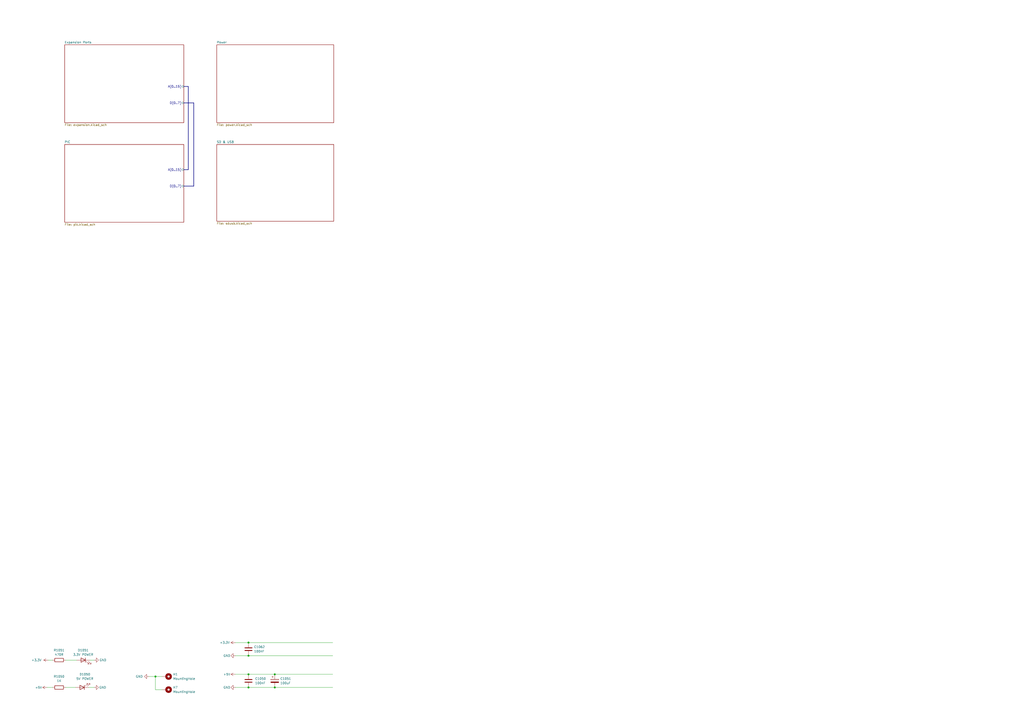
<source format=kicad_sch>
(kicad_sch (version 20211123) (generator eeschema)
  (paper "A2")
  (lib_symbols
    (symbol "Device:C" (pin_numbers hide) (pin_names (offset 0.254))
      (property "Reference" "C" (at 0.635 2.54 0))
      (property "Value" "C" (at 0.635 -2.54 0))
      (symbol "C_0_1"
        (polyline (pts (xy -2.032 -0.762) (xy 2.032 -0.762)) (stroke (width 0.508)))
        (polyline (pts (xy -2.032 0.762) (xy 2.032 0.762)) (stroke (width 0.508)))
      )
      (symbol "C_1_1"
        (pin passive line (at 0 3.81 270) (length 2.794) (name "~") (number "1"))
        (pin passive line (at 0 -3.81 90) (length 2.794) (name "~") (number "2"))
      )
    )
    (symbol "Device:C_Polarized" (pin_numbers hide) (pin_names (offset 0.254))
      (property "Reference" "C" (at 0.635 2.54 0))
      (property "Value" "C_Polarized" (at 0.635 -2.54 0))
      (symbol "C_Polarized_0_1"
        (rectangle (start -2.286 0.508) (end 2.286 1.016))
        (polyline (pts (xy -1.778 2.286) (xy -0.762 2.286)))
        (polyline (pts (xy -1.27 2.794) (xy -1.27 1.778)))
        (rectangle (start 2.286 -0.508) (end -2.286 -1.016) (fill (type outline)))
      )
      (symbol "C_Polarized_1_1"
        (pin passive line (at 0 3.81 270) (length 2.794) (name "~") (number "1"))
        (pin passive line (at 0 -3.81 90) (length 2.794) (name "~") (number "2"))
      )
    )
    (symbol "Device:LED" (pin_numbers hide) (pin_names (offset 1.016) hide)
      (property "Reference" "D" (at 0 2.54 0))
      (property "Value" "LED" (at 0 -2.54 0))
      (symbol "LED_0_1"
        (polyline (pts (xy -1.27 -1.27) (xy -1.27 1.27)) (stroke (width 0.254)))
        (polyline (pts (xy -1.27 0) (xy 1.27 0)))
        (polyline (pts (xy 1.27 -1.27) (xy 1.27 1.27) (xy -1.27 0) (xy 1.27 -1.27)) (stroke (width 0.254)))
        (polyline (pts (xy -3.048 -0.762) (xy -4.572 -2.286) (xy -3.81 -2.286) (xy -4.572 -2.286) (xy -4.572 -1.524)))
        (polyline (pts (xy -1.778 -0.762) (xy -3.302 -2.286) (xy -2.54 -2.286) (xy -3.302 -2.286) (xy -3.302 -1.524)))
      )
      (symbol "LED_1_1"
        (pin passive line (at -3.81 0 0) (length 2.54) (name "K") (number "1"))
        (pin passive line (at 3.81 0 180) (length 2.54) (name "A") (number "2"))
      )
    )
    (symbol "Device:R" (pin_numbers hide) (pin_names (offset 0))
      (property "Reference" "R" (at 2.032 0 90))
      (property "Value" "R" (at 0 0 90))
      (symbol "R_0_1"
        (rectangle (start -1.016 -2.54) (end 1.016 2.54) (stroke (width 0.254)))
      )
      (symbol "R_1_1"
        (pin passive line (at 0 3.81 270) (length 1.27) (name "~") (number "1"))
        (pin passive line (at 0 -3.81 90) (length 1.27) (name "~") (number "2"))
      )
    )
    (symbol "Mechanical:MountingHole_Pad" (pin_numbers hide) (pin_names (offset 1.016) hide)
      (property "Reference" "H" (at 0 6.35 0))
      (property "Value" "MountingHole_Pad" (at 0 4.445 0))
      (symbol "MountingHole_Pad_0_1"
        (circle (center 0 1.27) (radius 1.27) (stroke (width 1.27)))
      )
      (symbol "MountingHole_Pad_1_1"
        (pin input line (at 0 -2.54 90) (length 2.54) (name "1") (number "1"))
      )
    )
    (symbol "power:+3.3V" (power) (pin_names (offset 0))
      (property "Value" "+3.3V" (at 0 3.556 0))
      (symbol "+3.3V_0_1"
        (polyline (pts (xy -0.762 1.27) (xy 0 2.54)))
        (polyline (pts (xy 0 0) (xy 0 2.54)))
        (polyline (pts (xy 0 2.54) (xy 0.762 1.27)))
      )
      (symbol "+3.3V_1_1"
        (pin power_in line (at 0 0 90) (length 0) hide (name "+3.3V") (number "1"))
      )
    )
    (symbol "power:+5V" (power) (pin_names (offset 0))
      (property "Value" "+5V" (at 0 3.556 0))
      (symbol "+5V_0_1"
        (polyline (pts (xy -0.762 1.27) (xy 0 2.54)))
        (polyline (pts (xy 0 0) (xy 0 2.54)))
        (polyline (pts (xy 0 2.54) (xy 0.762 1.27)))
      )
      (symbol "+5V_1_1"
        (pin power_in line (at 0 0 90) (length 0) hide (name "+5V") (number "1"))
      )
    )
    (symbol "power:GND" (power) (pin_names (offset 0))
      (property "Value" "GND" (at 0 -3.81 0))
      (symbol "GND_0_1"
        (polyline (pts (xy 0 0) (xy 0 -1.27) (xy 1.27 -1.27) (xy 0 -2.54) (xy -1.27 -1.27) (xy 0 -1.27)))
      )
      (symbol "GND_1_1"
        (pin power_in line (at 0 0 270) (length 0) hide (name "GND") (number "1"))
      )
    )
  )
  (junction (at 144.145 398.78))
  (junction (at 159.385 391.16))
  (junction (at 90.17 392.43))
  (junction (at 144.145 372.745))
  (junction (at 159.385 398.78))
  (junction (at 144.145 380.365))
  (junction (at 144.145 391.16))
  (wire (pts (xy 136.525 372.745) (xy 144.145 372.745)))
  (wire (pts (xy 86.36 392.43) (xy 90.17 392.43)))
  (bus (pts (xy 112.395 107.95) (xy 106.68 107.95)))
  (wire (pts (xy 90.17 392.43) (xy 90.17 400.05)))
  (bus (pts (xy 112.395 59.69) (xy 112.395 107.95)))
  (wire (pts (xy 51.435 398.78) (xy 54.61 398.78)))
  (wire (pts (xy 136.525 391.16) (xy 144.145 391.16)))
  (wire (pts (xy 30.48 382.905) (xy 27.94 382.905)))
  (wire (pts (xy 90.17 392.43) (xy 93.98 392.43)))
  (bus (pts (xy 109.22 50.165) (xy 109.22 98.425)))
  (wire (pts (xy 90.17 400.05) (xy 93.98 400.05)))
  (bus (pts (xy 106.68 50.165) (xy 109.22 50.165)))
  (wire (pts (xy 144.145 398.78) (xy 159.385 398.78)))
  (wire (pts (xy 136.525 398.78) (xy 144.145 398.78)))
  (wire (pts (xy 44.45 382.905) (xy 38.1 382.905)))
  (wire (pts (xy 159.385 398.78) (xy 193.04 398.78)))
  (wire (pts (xy 54.61 382.905) (xy 52.07 382.905)))
  (wire (pts (xy 136.525 380.365) (xy 144.145 380.365)))
  (wire (pts (xy 38.1 398.78) (xy 43.815 398.78)))
  (wire (pts (xy 30.48 398.78) (xy 27.305 398.78)))
  (bus (pts (xy 109.22 98.425) (xy 106.68 98.425)))
  (wire (pts (xy 144.145 372.745) (xy 193.04 372.745)))
  (wire (pts (xy 159.385 391.16) (xy 193.04 391.16)))
  (wire (pts (xy 144.145 391.16) (xy 159.385 391.16)))
  (bus (pts (xy 106.68 59.69) (xy 112.395 59.69)))
  (wire (pts (xy 144.145 380.365) (xy 193.04 380.365)))
  (symbol (lib_id "Mechanical:MountingHole_Pad") (at 96.52 400.05 270) (unit 1)
    (property "Reference" "H7" (at 100.33 398.7799 90) (effects (justify left)))
    (property "Value" "MountingHole" (at 100.33 401.3199 90) (effects (justify left)))
    (property "Footprint" "MountingHole:MountingHole_2.7mm_M2.5_ISO14580_Pad" (effects hide))
  )
  (symbol (lib_id "power:+5V") (at 27.305 398.78 90) (unit 1)
    (property "Reference" "#PWR0163" (effects hide))
    (property "Value" "+5V" (at 20.32 398.78 90) (effects (justify right)))
  )
  (symbol (lib_id "power:GND") (at 136.525 398.78 270) (unit 1)
    (property "Reference" "#PWR0101" (effects hide))
    (property "Value" "GND" (at 129.54 398.78 90) (effects (justify left)))
  )
  (symbol (lib_id "power:+3.3V") (at 27.94 382.905 90) (unit 1)
    (property "Reference" "#PWR0118" (effects hide))
    (property "Value" "+3.3V" (at 24.13 382.9049 90) (effects (justify left)))
  )
  (symbol (lib_id "Device:R") (at 34.29 382.905 270) (mirror x) (unit 1)
    (property "Reference" "R1051" (at 34.29 377.19 90))
    (property "Value" "470R" (at 34.29 379.73 90))
    (property "Footprint" "Resistor_SMD:R_0805_2012Metric" (effects hide))
  )
  (symbol (lib_id "power:GND") (at 54.61 398.78 90) (unit 1)
    (property "Reference" "#PWR0164" (effects hide))
    (property "Value" "GND" (at 61.595 398.78 90) (effects (justify left)))
  )
  (symbol (lib_id "power:+5V") (at 136.525 391.16 90) (unit 1)
    (property "Reference" "#PWR0102" (effects hide))
    (property "Value" "+5V" (at 129.54 391.16 90) (effects (justify right)))
  )
  (symbol (lib_id "Device:C") (at 144.145 394.97 0) (unit 1)
    (property "Reference" "C1050" (at 147.955 393.6999 0) (effects (justify left)))
    (property "Value" "100nF" (at 147.955 396.2399 0) (effects (justify left)))
    (property "Footprint" "Capacitor_SMD:C_0805_2012Metric" (effects hide))
  )
  (symbol (lib_id "Device:C_Polarized") (at 159.385 394.97 0) (unit 1)
    (property "Reference" "C1051" (at 162.56 393.7 0) (effects (justify left)))
    (property "Value" "100uF" (at 162.56 396.24 0) (effects (justify left)))
    (property "Footprint" "Capacitor_THT:CP_Radial_D5.0mm_P2.50mm" (effects hide))
  )
  (symbol (lib_id "power:GND") (at 86.36 392.43 270) (unit 1)
    (property "Reference" "#PWR0110" (effects hide))
    (property "Value" "GND" (at 78.74 392.43 90) (effects (justify left)))
  )
  (symbol (lib_id "Device:C") (at 144.145 376.555 0) (unit 1)
    (property "Reference" "C1062" (at 147.32 375.2849 0) (effects (justify left)))
    (property "Value" "100nF" (at 147.32 377.8249 0) (effects (justify left)))
    (property "Footprint" "Capacitor_SMD:C_0805_2012Metric" (effects hide))
  )
  (symbol (lib_id "Mechanical:MountingHole_Pad") (at 96.52 392.43 270) (unit 1)
    (property "Reference" "H1" (at 100.33 391.1599 90) (effects (justify left)))
    (property "Value" "MountingHole" (at 100.33 393.6999 90) (effects (justify left)))
    (property "Footprint" "MountingHole:MountingHole_2.7mm_M2.5_ISO14580_Pad" (effects hide))
  )
  (symbol (lib_id "Device:LED") (at 48.26 382.905 0) (mirror y) (unit 1)
    (property "Reference" "D1051" (at 48.26 377.19 0))
    (property "Value" "3.3V POWER" (at 48.26 379.73 0))
    (property "Footprint" "LED_SMD:LED_1206_3216Metric" (effects hide))
  )
  (symbol (lib_id "Device:R") (at 34.29 398.78 270) (mirror x) (unit 1)
    (property "Reference" "R1050" (at 34.29 392.43 90))
    (property "Value" "1K" (at 34.29 394.97 90))
    (property "Footprint" "Resistor_SMD:R_0805_2012Metric" (effects hide))
  )
  (symbol (lib_id "power:GND") (at 136.525 380.365 270) (unit 1)
    (property "Reference" "#PWR0116" (effects hide))
    (property "Value" "GND" (at 129.54 380.365 90) (effects (justify left)))
  )
  (symbol (lib_id "Device:LED") (at 47.625 398.78 180) (unit 1)
    (property "Reference" "D1050" (at 49.2125 391.16 0))
    (property "Value" "5V POWER" (at 49.2125 393.7 0))
    (property "Footprint" "LED_SMD:LED_1206_3216Metric" (effects hide))
  )
  (symbol (lib_id "power:+3.3V") (at 136.525 372.745 90) (unit 1)
    (property "Reference" "#PWR0117" (effects hide))
    (property "Value" "+3.3V" (at 133.35 372.7449 90) (effects (justify left)))
  )
  (symbol (lib_id "power:GND") (at 54.61 382.905 90) (mirror x) (unit 1)
    (property "Reference" "#PWR0104" (effects hide))
    (property "Value" "GND" (at 59.69 382.905 90))
  )
  (sheet (at 125.73 83.82) (size 67.945 44.45) (stroke (width 0.1524))
    (property "Sheet name" "SD & USB" (at 125.73 83.1084 0) (effects (justify left bottom)))
    (property "Sheet file" "sdusb.kicad_sch" (at 125.73 128.8546 0) (effects (justify left top)))
  )
  (sheet (at 37.465 26.035) (size 69.215 45.085) (stroke (width 0.1524))
    (property "Sheet name" "Expansion Ports" (at 37.465 25.3234 0) (effects (justify left bottom)))
    (property "Sheet file" "expansion.kicad_sch" (at 37.465 71.7046 0) (effects (justify left top)))
    (pin "A[0..15]" bidirectional (at 106.68 50.165 0))
    (pin "D[0..7]" bidirectional (at 106.68 59.69 0))
  )
  (sheet (at 125.73 26.035) (size 67.945 45.085) (stroke (width 0.1524))
    (property "Sheet name" "Power" (at 125.73 25.3234 0) (effects (justify left bottom)))
    (property "Sheet file" "power.kicad_sch" (at 125.73 71.7046 0) (effects (justify left top)))
  )
  (sheet (at 37.465 83.82) (size 69.215 45.085) (stroke (width 0.1524))
    (property "Sheet name" "PIC" (at 37.465 83.1084 0) (effects (justify left bottom)))
    (property "Sheet file" "pic.kicad_sch" (at 37.465 129.4896 0) (effects (justify left top)))
    (pin "A[0..15]" bidirectional (at 106.68 98.425 0))
    (pin "D[0..7]" bidirectional (at 106.68 107.95 0))
  )
)
</source>
